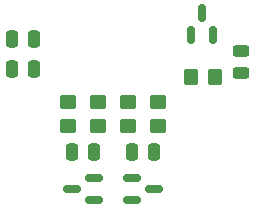
<source format=gbr>
%TF.GenerationSoftware,KiCad,Pcbnew,(6.0.5)*%
%TF.CreationDate,2022-05-30T14:14:04+05:00*%
%TF.ProjectId,multivib,6d756c74-6976-4696-922e-6b696361645f,rev?*%
%TF.SameCoordinates,Original*%
%TF.FileFunction,Paste,Top*%
%TF.FilePolarity,Positive*%
%FSLAX46Y46*%
G04 Gerber Fmt 4.6, Leading zero omitted, Abs format (unit mm)*
G04 Created by KiCad (PCBNEW (6.0.5)) date 2022-05-30 14:14:04*
%MOMM*%
%LPD*%
G01*
G04 APERTURE LIST*
G04 Aperture macros list*
%AMRoundRect*
0 Rectangle with rounded corners*
0 $1 Rounding radius*
0 $2 $3 $4 $5 $6 $7 $8 $9 X,Y pos of 4 corners*
0 Add a 4 corners polygon primitive as box body*
4,1,4,$2,$3,$4,$5,$6,$7,$8,$9,$2,$3,0*
0 Add four circle primitives for the rounded corners*
1,1,$1+$1,$2,$3*
1,1,$1+$1,$4,$5*
1,1,$1+$1,$6,$7*
1,1,$1+$1,$8,$9*
0 Add four rect primitives between the rounded corners*
20,1,$1+$1,$2,$3,$4,$5,0*
20,1,$1+$1,$4,$5,$6,$7,0*
20,1,$1+$1,$6,$7,$8,$9,0*
20,1,$1+$1,$8,$9,$2,$3,0*%
G04 Aperture macros list end*
%ADD10RoundRect,0.150000X-0.587500X-0.150000X0.587500X-0.150000X0.587500X0.150000X-0.587500X0.150000X0*%
%ADD11RoundRect,0.150000X0.150000X-0.587500X0.150000X0.587500X-0.150000X0.587500X-0.150000X-0.587500X0*%
%ADD12RoundRect,0.250000X0.250000X0.475000X-0.250000X0.475000X-0.250000X-0.475000X0.250000X-0.475000X0*%
%ADD13RoundRect,0.250000X-0.450000X0.350000X-0.450000X-0.350000X0.450000X-0.350000X0.450000X0.350000X0*%
%ADD14RoundRect,0.150000X0.587500X0.150000X-0.587500X0.150000X-0.587500X-0.150000X0.587500X-0.150000X0*%
%ADD15RoundRect,0.250000X0.350000X0.450000X-0.350000X0.450000X-0.350000X-0.450000X0.350000X-0.450000X0*%
%ADD16RoundRect,0.243750X-0.456250X0.243750X-0.456250X-0.243750X0.456250X-0.243750X0.456250X0.243750X0*%
G04 APERTURE END LIST*
D10*
%TO.C,Q2*%
X122252500Y-105095000D03*
X122252500Y-106995000D03*
X124127500Y-106045000D03*
%TD*%
D11*
%TO.C,Q3*%
X127225000Y-93012500D03*
X129125000Y-93012500D03*
X128175000Y-91137500D03*
%TD*%
D12*
%TO.C,C4*%
X113980000Y-95885000D03*
X112080000Y-95885000D03*
%TD*%
%TO.C,C3*%
X113980000Y-93345000D03*
X112080000Y-93345000D03*
%TD*%
D13*
%TO.C,R2*%
X119380000Y-98695000D03*
X119380000Y-100695000D03*
%TD*%
D12*
%TO.C,C2*%
X124140000Y-102870000D03*
X122240000Y-102870000D03*
%TD*%
D14*
%TO.C,Q1*%
X119047500Y-106995000D03*
X119047500Y-105095000D03*
X117172500Y-106045000D03*
%TD*%
D12*
%TO.C,C1*%
X119060000Y-102870000D03*
X117160000Y-102870000D03*
%TD*%
D15*
%TO.C,R5*%
X129270000Y-96520000D03*
X127270000Y-96520000D03*
%TD*%
D16*
%TO.C,D1*%
X131445000Y-94312500D03*
X131445000Y-96187500D03*
%TD*%
D13*
%TO.C,R1*%
X116840000Y-98695000D03*
X116840000Y-100695000D03*
%TD*%
%TO.C,R4*%
X124460000Y-98695000D03*
X124460000Y-100695000D03*
%TD*%
%TO.C,R3*%
X121920000Y-98695000D03*
X121920000Y-100695000D03*
%TD*%
M02*

</source>
